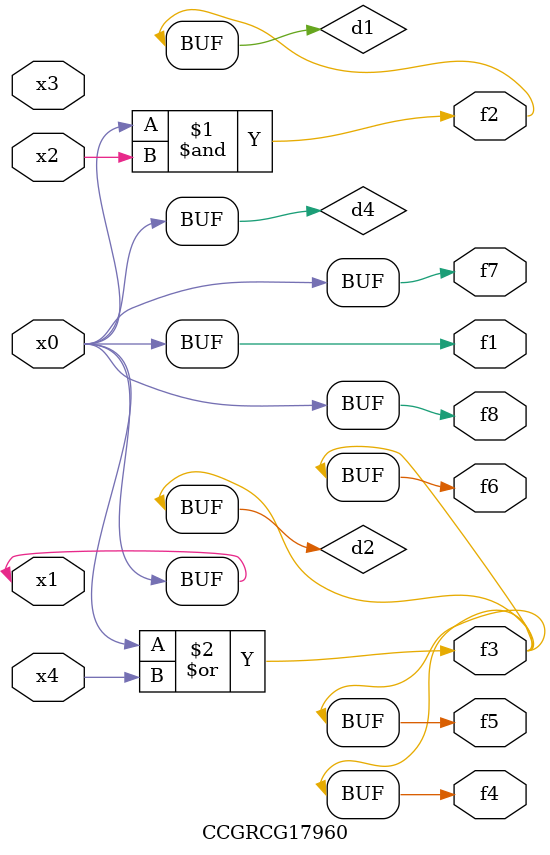
<source format=v>
module CCGRCG17960(
	input x0, x1, x2, x3, x4,
	output f1, f2, f3, f4, f5, f6, f7, f8
);

	wire d1, d2, d3, d4;

	and (d1, x0, x2);
	or (d2, x0, x4);
	nand (d3, x0, x2);
	buf (d4, x0, x1);
	assign f1 = d4;
	assign f2 = d1;
	assign f3 = d2;
	assign f4 = d2;
	assign f5 = d2;
	assign f6 = d2;
	assign f7 = d4;
	assign f8 = d4;
endmodule

</source>
